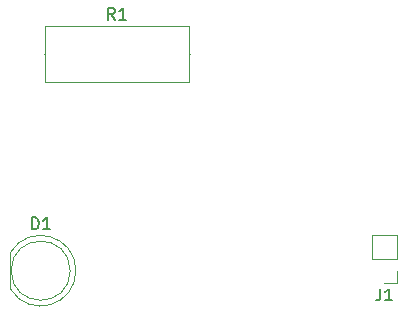
<source format=gbr>
%TF.GenerationSoftware,KiCad,Pcbnew,(5.1.6)-1*%
%TF.CreationDate,2022-01-09T20:52:29+09:00*%
%TF.ProjectId,kicad_exam01,6b696361-645f-4657-9861-6d30312e6b69,rev?*%
%TF.SameCoordinates,Original*%
%TF.FileFunction,Legend,Top*%
%TF.FilePolarity,Positive*%
%FSLAX46Y46*%
G04 Gerber Fmt 4.6, Leading zero omitted, Abs format (unit mm)*
G04 Created by KiCad (PCBNEW (5.1.6)-1) date 2022-01-09 20:52:29*
%MOMM*%
%LPD*%
G01*
G04 APERTURE LIST*
%ADD10C,0.120000*%
%ADD11C,0.150000*%
G04 APERTURE END LIST*
D10*
%TO.C,D1*%
X119944200Y-113593200D02*
X119944200Y-116683200D01*
X125004200Y-115138200D02*
G75*
G03*
X125004200Y-115138200I-2500000J0D01*
G01*
X125494200Y-115138662D02*
G75*
G03*
X119944200Y-113593370I-2990000J462D01*
G01*
X125494200Y-115137738D02*
G75*
G02*
X119944200Y-116683030I-2990000J-462D01*
G01*
%TO.C,J1*%
X152647200Y-116198200D02*
X151587200Y-116198200D01*
X152647200Y-115138200D02*
X152647200Y-116198200D01*
X152647200Y-114138200D02*
X150527200Y-114138200D01*
X150527200Y-114138200D02*
X150527200Y-112078200D01*
X152647200Y-114138200D02*
X152647200Y-112078200D01*
X152647200Y-112078200D02*
X150527200Y-112078200D01*
%TO.C,R1*%
X135135800Y-96799400D02*
X135025800Y-96799400D01*
X122775800Y-96799400D02*
X122885800Y-96799400D01*
X135025800Y-94429400D02*
X122885800Y-94429400D01*
X135025800Y-99169400D02*
X135025800Y-94429400D01*
X122885800Y-99169400D02*
X135025800Y-99169400D01*
X122885800Y-94429400D02*
X122885800Y-99169400D01*
%TO.C,D1*%
D11*
X121766104Y-111630580D02*
X121766104Y-110630580D01*
X122004200Y-110630580D01*
X122147057Y-110678200D01*
X122242295Y-110773438D01*
X122289914Y-110868676D01*
X122337533Y-111059152D01*
X122337533Y-111202009D01*
X122289914Y-111392485D01*
X122242295Y-111487723D01*
X122147057Y-111582961D01*
X122004200Y-111630580D01*
X121766104Y-111630580D01*
X123289914Y-111630580D02*
X122718485Y-111630580D01*
X123004200Y-111630580D02*
X123004200Y-110630580D01*
X122908961Y-110773438D01*
X122813723Y-110868676D01*
X122718485Y-110916295D01*
%TO.C,J1*%
X151253866Y-116650580D02*
X151253866Y-117364866D01*
X151206247Y-117507723D01*
X151111009Y-117602961D01*
X150968152Y-117650580D01*
X150872914Y-117650580D01*
X152253866Y-117650580D02*
X151682438Y-117650580D01*
X151968152Y-117650580D02*
X151968152Y-116650580D01*
X151872914Y-116793438D01*
X151777676Y-116888676D01*
X151682438Y-116936295D01*
%TO.C,R1*%
X128789133Y-93881780D02*
X128455800Y-93405590D01*
X128217704Y-93881780D02*
X128217704Y-92881780D01*
X128598657Y-92881780D01*
X128693895Y-92929400D01*
X128741514Y-92977019D01*
X128789133Y-93072257D01*
X128789133Y-93215114D01*
X128741514Y-93310352D01*
X128693895Y-93357971D01*
X128598657Y-93405590D01*
X128217704Y-93405590D01*
X129741514Y-93881780D02*
X129170085Y-93881780D01*
X129455800Y-93881780D02*
X129455800Y-92881780D01*
X129360561Y-93024638D01*
X129265323Y-93119876D01*
X129170085Y-93167495D01*
%TD*%
M02*

</source>
